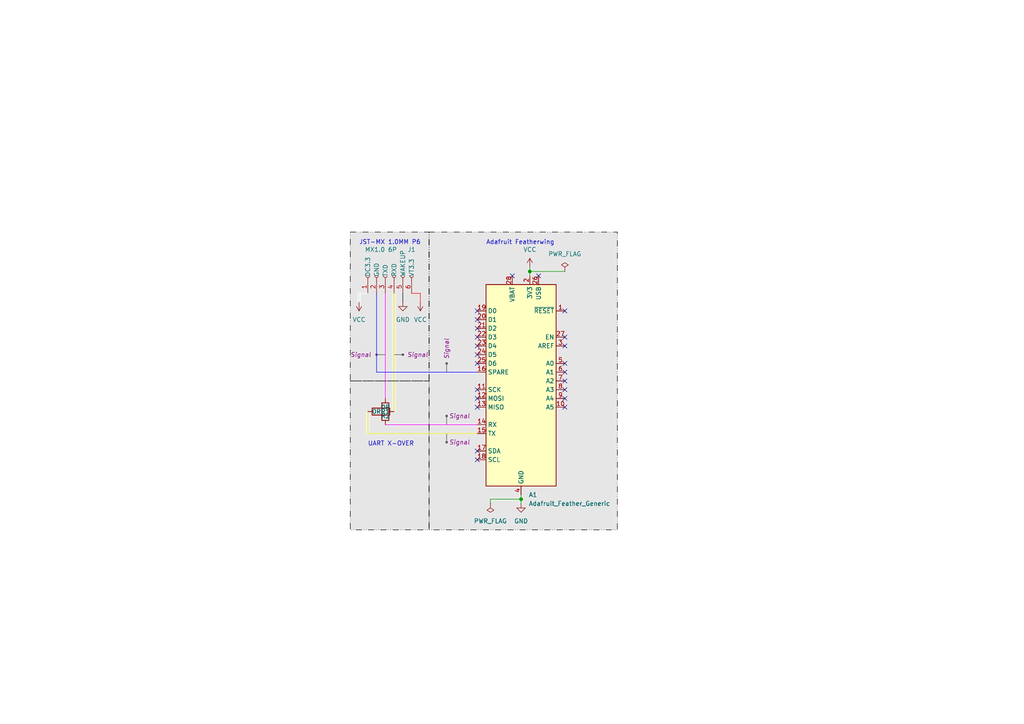
<source format=kicad_sch>
(kicad_sch (version 20230121) (generator eeschema)
  (paper "A4")
  (title_block (title "R503 Featherwing Interposer") (date "2024-07-29") (rev "v1.1") (company "MimoCAD Inc") (comment 2 "creativecommons.org/licenses/by/4.0/") (comment 3 "License: CC BY 4.0") (comment 4 "Author: Mark Tomlin"))
  (lib_symbols
    (symbol "Connector:MX1.0_6P" (pin_names (offset 1.016))
      (property "Reference" "J1" (at 6.985 -5.715 90))
      (property "Value" "MX1.0 6P" (at 6.985 3.175 90))
      (symbol "MX1.0_6P_1_1"
        (arc (start -0.635 -5.207) (mid -1.1408 -5.715) (end -0.635 -6.223) (stroke (width 0.1524)))
        (arc (start -0.635 -2.667) (mid -1.1408 -3.175) (end -0.635 -3.683) (stroke (width 0.1524)))
        (arc (start -0.635 -0.127) (mid -1.1408 -0.635) (end -0.635 -1.143) (stroke (width 0.1524)))
        (arc (start -0.635 2.413) (mid -1.1408 1.905) (end -0.635 1.397) (stroke (width 0.1524)))
        (arc (start -0.635 4.953) (mid -1.1408 4.445) (end -0.635 3.937) (stroke (width 0.1524)))
        (arc (start -0.635 7.493) (mid -1.1408 6.985) (end -0.635 6.477) (stroke (width 0.1524)))
        (polyline (pts (xy -1.905 -5.715) (xy -1.143 -5.715)) (stroke (width 0.1524)))
        (polyline (pts (xy -1.905 -3.175) (xy -1.143 -3.175)) (stroke (width 0.1524)))
        (polyline (pts (xy -1.905 -0.635) (xy -1.143 -0.635)) (stroke (width 0.1524)))
        (polyline (pts (xy -1.905 1.905) (xy -1.143 1.905)) (stroke (width 0.1524)))
        (polyline (pts (xy -1.905 4.445) (xy -1.143 4.445)) (stroke (width 0.1524)))
        (polyline (pts (xy -1.905 6.985) (xy -1.143 6.985)) (stroke (width 0.1524)))
        (pin input line (at -5.715 6.985 0) (length 3.81) (name "DC3.3") (number "1"))
        (pin power_in line (at -5.715 4.445 0) (length 3.81) (name "GND") (number "2"))
        (pin output line (at -5.715 1.905 0) (length 3.81) (name "TXD") (number "3"))
        (pin input line (at -5.715 -0.635 0) (length 3.81) (name "RXD") (number "4"))
        (pin input line (at -5.715 -3.175 0) (length 3.81) (name "WAKEUP") (number "5"))
        (pin input line (at -5.715 -5.715 0) (length 3.81) (name "VT3.3") (number "6"))
      )
    )
    (symbol "Device:R" (pin_numbers hide) (pin_names (offset 0))
      (property "Reference" "R" (at 2.032 0 90))
      (property "Value" "R" (at 0 0 90))
      (symbol "R_0_1"
        (rectangle (start -1.016 -2.54) (end 1.016 2.54) (stroke (width 0.254)))
      )
      (symbol "R_1_1"
        (pin passive line (at 0 3.81 270) (length 1.27) (name "~") (number "1"))
        (pin passive line (at 0 -3.81 90) (length 1.27) (name "~") (number "2"))
      )
    )
    (symbol "MCU_Module:Adafruit_Feather_Generic"
      (property "Reference" "A" (at -10.16 29.21 0))
      (property "Value" "Adafruit_Feather_Generic" (at 2.54 -31.75 0))
      (symbol "Adafruit_Feather_Generic_0_1"
        (rectangle (start -10.16 27.94) (end 10.16 -30.48) (stroke (width 0.254)) (fill (type background)))
      )
      (symbol "Adafruit_Feather_Generic_1_1"
        (pin input line (at 12.7 20.32 180) (length 2.54) (name "~{RESET}") (number "1"))
        (pin bidirectional line (at 12.7 -7.62 180) (length 2.54) (name "A5") (number "10"))
        (pin bidirectional line (at -12.7 -2.54 0) (length 2.54) (name "SCK") (number "11"))
        (pin bidirectional line (at -12.7 -5.08 0) (length 2.54) (name "MOSI") (number "12"))
        (pin bidirectional line (at -12.7 -7.62 0) (length 2.54) (name "MISO") (number "13"))
        (pin bidirectional line (at -12.7 -12.7 0) (length 2.54) (name "RX") (number "14"))
        (pin bidirectional line (at -12.7 -15.24 0) (length 2.54) (name "TX") (number "15"))
        (pin bidirectional line (at -12.7 2.54 0) (length 2.54) (name "SPARE") (number "16"))
        (pin bidirectional line (at -12.7 -20.32 0) (length 2.54) (name "SDA") (number "17"))
        (pin bidirectional line (at -12.7 -22.86 0) (length 2.54) (name "SCL") (number "18"))
        (pin bidirectional line (at -12.7 20.32 0) (length 2.54) (name "D0") (number "19"))
        (pin power_in line (at 2.54 30.48 270) (length 2.54) (name "3V3") (number "2"))
        (pin bidirectional line (at -12.7 17.78 0) (length 2.54) (name "D1") (number "20"))
        (pin bidirectional line (at -12.7 15.24 0) (length 2.54) (name "D2") (number "21"))
        (pin bidirectional line (at -12.7 12.7 0) (length 2.54) (name "D3") (number "22"))
        (pin bidirectional line (at -12.7 10.16 0) (length 2.54) (name "D4") (number "23"))
        (pin bidirectional line (at -12.7 7.62 0) (length 2.54) (name "D5") (number "24"))
        (pin bidirectional line (at -12.7 5.08 0) (length 2.54) (name "D6") (number "25"))
        (pin power_in line (at 5.08 30.48 270) (length 2.54) (name "USB") (number "26"))
        (pin input line (at 12.7 12.7 180) (length 2.54) (name "EN") (number "27"))
        (pin power_in line (at -2.54 30.48 270) (length 2.54) (name "VBAT") (number "28"))
        (pin input line (at 12.7 10.16 180) (length 2.54) (name "AREF") (number "3"))
        (pin power_in line (at 0 -33.02 90) (length 2.54) (name "GND") (number "4"))
        (pin bidirectional line (at 12.7 5.08 180) (length 2.54) (name "A0") (number "5"))
        (pin bidirectional line (at 12.7 2.54 180) (length 2.54) (name "A1") (number "6"))
        (pin bidirectional line (at 12.7 0 180) (length 2.54) (name "A2") (number "7"))
        (pin bidirectional line (at 12.7 -2.54 180) (length 2.54) (name "A3") (number "8"))
        (pin bidirectional line (at 12.7 -5.08 180) (length 2.54) (name "A4") (number "9"))
      )
    )
    (symbol "power:GND" (power) (pin_names (offset 0))
      (property "Value" "GND" (at 0 -3.81 0))
      (symbol "GND_0_1"
        (polyline (pts (xy 0 0) (xy 0 -1.27) (xy 1.27 -1.27) (xy 0 -2.54) (xy -1.27 -1.27) (xy 0 -1.27)))
      )
      (symbol "GND_1_1"
        (pin power_in line (at 0 0 270) (length 0) hide (name "GND") (number "1"))
      )
    )
    (symbol "power:PWR_FLAG" (power) (pin_numbers hide) (pin_names (offset 0) hide)
      (property "Value" "PWR_FLAG" (at 0 3.81 0))
      (symbol "PWR_FLAG_0_0"
        (pin power_out line (at 0 0 90) (length 0) (name "pwr") (number "1"))
      )
      (symbol "PWR_FLAG_0_1"
        (polyline (pts (xy 0 0) (xy 0 1.27) (xy -1.016 1.905) (xy 0 2.54) (xy 1.016 1.905) (xy 0 1.27)))
      )
    )
    (symbol "power:VCC" (power) (pin_names (offset 0))
      (property "Value" "VCC" (at 0 3.81 0))
      (symbol "VCC_0_1"
        (polyline (pts (xy -0.762 1.27) (xy 0 2.54)))
        (polyline (pts (xy 0 0) (xy 0 2.54)))
        (polyline (pts (xy 0 2.54) (xy 0.762 1.27)))
      )
      (symbol "VCC_1_1"
        (pin power_in line (at 0 0 90) (length 0) hide (name "VCC") (number "1"))
      )
    )
  )
  (junction (at 151.13 144.78))
  (junction (at 153.67 78.74))
  (no_connect (at 163.83 105.41))
  (no_connect (at 138.43 115.57))
  (no_connect (at 163.83 118.11))
  (no_connect (at 138.43 105.41))
  (no_connect (at 163.83 110.49))
  (no_connect (at 138.43 90.17))
  (no_connect (at 163.83 113.03))
  (no_connect (at 163.83 90.17))
  (no_connect (at 156.21 80.01))
  (no_connect (at 163.83 107.95))
  (no_connect (at 163.83 100.33))
  (no_connect (at 138.43 102.87))
  (no_connect (at 138.43 133.35))
  (no_connect (at 138.43 100.33))
  (no_connect (at 138.43 95.25))
  (no_connect (at 138.43 97.79))
  (no_connect (at 138.43 92.71))
  (no_connect (at 163.83 115.57))
  (no_connect (at 163.83 97.79))
  (no_connect (at 138.43 130.81))
  (no_connect (at 148.59 80.01))
  (no_connect (at 138.43 118.11))
  (no_connect (at 138.43 113.03))
  (wire (pts (xy 151.13 143.51) (xy 151.13 144.78)))
  (wire (pts (xy 114.3 85.09) (xy 114.3 119.38)) (stroke (width 0) (color 255 255 0 1)))
  (wire (pts (xy 153.67 77.47) (xy 153.67 78.74)))
  (wire (pts (xy 111.76 123.19) (xy 138.43 123.19)) (stroke (width 0) (color 255 0 255 1)))
  (wire (pts (xy 121.92 85.09) (xy 121.92 87.63)) (stroke (width 0) (color 255 0 0 1)))
  (wire (pts (xy 119.38 85.09) (xy 121.92 85.09)) (stroke (width 0) (color 255 0 0 1)))
  (wire (pts (xy 153.67 78.74) (xy 163.83 78.74)))
  (wire (pts (xy 151.13 144.78) (xy 151.13 146.05)))
  (wire (pts (xy 116.84 85.09) (xy 116.84 87.63)) (stroke (width 0) (color 0 0 0 1)))
  (wire (pts (xy 109.22 85.09) (xy 109.22 107.95)) (stroke (width 0) (color 0 0 255 1)))
  (wire (pts (xy 106.68 125.73) (xy 138.43 125.73)) (stroke (width 0) (color 255 255 0 1)))
  (wire (pts (xy 142.24 144.78) (xy 151.13 144.78)))
  (wire (pts (xy 142.24 146.05) (xy 142.24 144.78)))
  (wire (pts (xy 104.14 87.63) (xy 104.14 85.09)) (stroke (width 0) (color 255 255 255 1)))
  (wire (pts (xy 109.22 107.95) (xy 138.43 107.95)) (stroke (width 0) (color 0 0 255 1)))
  (wire (pts (xy 104.14 85.09) (xy 106.68 85.09)) (stroke (width 0) (color 255 255 255 1)))
  (wire (pts (xy 106.68 119.38) (xy 106.68 125.73)) (stroke (width 0) (color 255 255 0 1)))
  (wire (pts (xy 153.67 78.74) (xy 153.67 80.01)))
  (wire (pts (xy 111.76 85.09) (xy 111.76 115.57)) (stroke (width 0) (color 255 0 255 1)))
  (rectangle (start 124.46 67.31) (end 179.07 153.67) (stroke (width 0) (type dash_dot_dot) (color 0 0 0 0.5)) (fill (type color) (color 0 0 0 0.1)))
  (rectangle (start 101.6 110.49) (end 124.46 153.67) (stroke (width 0) (type dash_dot_dot) (color 0 0 0 0.5)) (fill (type color) (color 0 0 0 0.1)))
  (rectangle (start 101.6 67.31) (end 124.46 110.49) (stroke (width 0) (type dash_dot_dot) (color 0 0 0 0.5)) (fill (type color) (color 0 0 0 0.1)))
  (text "UART X-OVER" (at 106.68 129.54 0) (effects (font (size 1.27 1.27)) (justify left bottom)))
  (text "JST-MX 1.0MM P6" (at 104.14 71.12 0) (effects (font (size 1.27 1.27)) (justify left bottom)))
  (text "Adafruit Featherwing" (at 140.97 71.12 0) (effects (font (size 1.27 1.27)) (justify left bottom)))
  (netclass_flag "" (length 2.54) (shape dot) (at 129.54 107.95 0) (property "Netclass" "Signal" (at 129.54 104.14 90) (effects (font italic) (justify left))))
  (netclass_flag "" (length 2.54) (shape dot) (at 111.76 102.87 90) (property "Netclass" "Signal" (at 101.6 102.87 0) (effects (font italic) (justify left))))
  (netclass_flag "" (length 2.54) (shape dot) (at 114.3 102.87 270) (property "Netclass" "Signal" (at 118.11 102.87 0) (effects (font italic) (justify left))))
  (netclass_flag "" (length 2.54) (shape dot) (at 129.54 125.73 180) (property "Netclass" "Signal" (at 130.2385 128.27 0) (effects (font italic) (justify left))))
  (netclass_flag "" (length 2.54) (shape dot) (at 129.54 123.19 0) (property "Netclass" "Signal" (at 130.2385 120.65 0) (effects (font italic) (justify left))))
  (symbol (lib_id "power:PWR_FLAG") (at 142.24 146.05 180) (unit 1)
    (property "Reference" "#FLG02" (effects hide))
    (property "Value" "PWR_FLAG" (at 142.24 151.13 0))
  )
  (symbol (lib_id "power:VCC") (at 153.67 77.47 0) (unit 1)
    (property "Reference" "#PWR05" (effects hide))
    (property "Value" "VCC" (at 153.67 72.39 0))
  )
  (symbol (lib_id "power:GND") (at 116.84 87.63 0) (unit 1)
    (property "Reference" "#PWR02" (effects hide))
    (property "Value" "GND" (at 116.84 92.71 0))
  )
  (symbol (lib_id "power:VCC") (at 104.14 87.63 180) (unit 1)
    (property "Reference" "#PWR01" (effects hide))
    (property "Value" "VCC" (at 104.14 92.71 0))
  )
  (symbol (lib_id "Device:R") (at 110.49 119.38 270) (unit 1)
    (property "Reference" "R1" (at 111.76 119.38 90))
    (property "Value" "0R" (at 109.22 119.38 90))
    (property "Footprint" "Resistor_SMD:R_1206_3216Metric" (effects hide))
  )
  (symbol (lib_id "MCU_Module:Adafruit_Feather_Generic") (at 151.13 110.49 0) (unit 1)
    (property "Reference" "A1" (at 153.3241 143.51 0) (effects (justify left)))
    (property "Value" "Adafruit_Feather_Generic" (at 153.3241 146.05 0) (effects (justify left)))
    (property "Footprint" "Module:Adafruit_Feather" (effects hide))
    (property "Datasheet" "https://cdn-learn.adafruit.com/downloads/pdf/adafruit-feather.pdf" (effects hide))
  )
  (symbol (lib_id "power:PWR_FLAG") (at 163.83 78.74 0) (unit 1)
    (property "Reference" "#FLG01" (effects hide))
    (property "Value" "PWR_FLAG" (at 163.83 73.66 0))
  )
  (symbol (lib_id "power:VCC") (at 121.92 87.63 180) (unit 1)
    (property "Reference" "#PWR03" (effects hide))
    (property "Value" "VCC" (at 121.92 92.71 0))
  )
  (symbol (lib_id "power:GND") (at 151.13 146.05 0) (unit 1)
    (property "Reference" "#PWR04" (effects hide))
    (property "Value" "GND" (at 151.13 151.13 0))
  )
  (symbol (lib_id "Device:R") (at 111.76 119.38 0) (unit 1)
    (property "Reference" "R2" (at 110.49 120.65 0) (effects (justify left)))
    (property "Value" "0R" (at 110.49 118.11 0) (effects (justify left)))
    (property "Footprint" "Resistor_SMD:R_1206_3216Metric" (effects hide))
  )
  (symbol (lib_id "Connector:MX1.0_6P") (at 113.665 79.375 90) (unit 1)
    (property "Reference" "J1" (at 119.38 72.39 90))
    (property "Value" "MX1.0 6P" (at 110.49 72.39 90))
    (property "Footprint" "Connector_JST:JST_SHL_SM06B-SHLS-TF_1x06-1MP_P1.00mm_Horizontal" (effects hide))
  )
)
</source>
